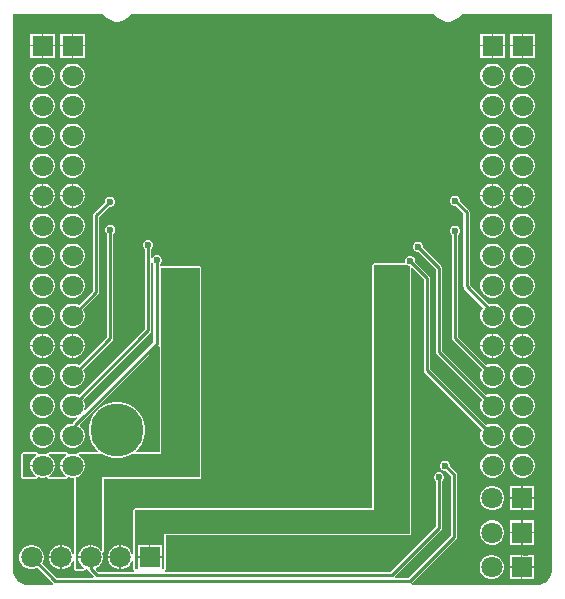
<source format=gbl>
G04*
G04 #@! TF.GenerationSoftware,Altium Limited,Altium Designer,21.0.8 (223)*
G04*
G04 Layer_Physical_Order=2*
G04 Layer_Color=16711680*
%FSLAX25Y25*%
%MOIN*%
G70*
G04*
G04 #@! TF.SameCoordinates,E8E4A7BE-DB6F-4252-8793-17DB4AC6D9EE*
G04*
G04*
G04 #@! TF.FilePolarity,Positive*
G04*
G01*
G75*
%ADD16C,0.01000*%
%ADD35R,0.07087X0.07087*%
%ADD36C,0.07087*%
%ADD37R,0.07087X0.07087*%
%ADD38C,0.17717*%
%ADD39C,0.02362*%
G36*
X89691Y-35000D02*
Y-35462D01*
X89511Y-36368D01*
X89157Y-37222D01*
X88644Y-37990D01*
X87990Y-38644D01*
X87222Y-39157D01*
X86368Y-39511D01*
X85462Y-39691D01*
X43070D01*
X42918Y-39191D01*
X43044Y-39107D01*
X57808Y-24343D01*
X58029Y-24012D01*
X58106Y-23622D01*
Y-2922D01*
X58029Y-2532D01*
X57808Y-2201D01*
X55846Y-239D01*
Y334D01*
X55590Y952D01*
X55117Y1425D01*
X54499Y1681D01*
X53830D01*
X53212Y1425D01*
X52740Y952D01*
X52483Y334D01*
Y-334D01*
X52740Y-952D01*
X53212Y-1425D01*
X53830Y-1681D01*
X54404D01*
X56067Y-3344D01*
Y-23200D01*
X41901Y-37366D01*
X37617D01*
X37410Y-36866D01*
X52886Y-21390D01*
X53107Y-21059D01*
X53185Y-20669D01*
Y-5295D01*
X53591Y-4889D01*
X53847Y-4271D01*
Y-3603D01*
X53591Y-2985D01*
X53118Y-2512D01*
X52500Y-2256D01*
X51831D01*
X51213Y-2512D01*
X50740Y-2985D01*
X50484Y-3603D01*
Y-4271D01*
X50740Y-4889D01*
X51146Y-5295D01*
Y-20247D01*
X35995Y-35398D01*
X-39048D01*
X-39147Y-34898D01*
X-38987Y-34832D01*
X-38829Y-34449D01*
Y-23179D01*
X42323D01*
X42706Y-23020D01*
X42864Y-22638D01*
Y65841D01*
X43326Y66032D01*
X47209Y62149D01*
Y31772D01*
X47286Y31381D01*
X47507Y31051D01*
X66512Y12046D01*
X66232Y11561D01*
X65957Y10532D01*
Y9468D01*
X66232Y8439D01*
X66764Y7517D01*
X67517Y6764D01*
X68439Y6232D01*
X69468Y5957D01*
X70532D01*
X71561Y6232D01*
X72483Y6764D01*
X73235Y7517D01*
X73768Y8439D01*
X74043Y9468D01*
Y10532D01*
X73768Y11561D01*
X73235Y12483D01*
X72483Y13236D01*
X71561Y13768D01*
X70532Y14043D01*
X69468D01*
X68439Y13768D01*
X67954Y13488D01*
X49248Y32194D01*
Y62572D01*
X49170Y62962D01*
X48949Y63293D01*
X44281Y67961D01*
Y68534D01*
X44025Y69152D01*
X43552Y69625D01*
X42934Y69881D01*
X42266D01*
X41648Y69625D01*
X41175Y69152D01*
X40919Y68534D01*
Y67866D01*
X40655Y67470D01*
X30512D01*
X30129Y67312D01*
X29971Y66929D01*
Y-14223D01*
X-49213D01*
X-49595Y-14381D01*
X-49754Y-14764D01*
Y-22638D01*
Y-29304D01*
X-50254Y-29370D01*
X-50366Y-28951D01*
X-50898Y-28029D01*
X-51651Y-27276D01*
X-52573Y-26744D01*
X-53601Y-26469D01*
X-53884D01*
Y-30512D01*
Y-34555D01*
X-53601D01*
X-52573Y-34280D01*
X-51651Y-33747D01*
X-50898Y-32994D01*
X-50366Y-32072D01*
X-50254Y-31653D01*
X-49754Y-31719D01*
Y-34449D01*
X-49595Y-34832D01*
X-49435Y-34898D01*
X-49535Y-35398D01*
X-61586D01*
X-62258Y-34725D01*
X-62150Y-34126D01*
X-61494Y-33747D01*
X-60741Y-32994D01*
X-60209Y-32072D01*
X-59933Y-31044D01*
Y-29980D01*
X-60105Y-29340D01*
X-59899Y-28767D01*
X-59787Y-28681D01*
X-59657Y-28627D01*
X-59629Y-28559D01*
X-59571Y-28515D01*
X-59552Y-28375D01*
X-59498Y-28244D01*
Y-4478D01*
X-27559D01*
X-27176Y-4320D01*
X-27018Y-3937D01*
Y65945D01*
X-27176Y66328D01*
X-27559Y66486D01*
X-40354D01*
X-40729Y66839D01*
X-40753Y67170D01*
X-40475Y67448D01*
X-40219Y68066D01*
Y68734D01*
X-40475Y69352D01*
X-40948Y69825D01*
X-41566Y70081D01*
X-42234D01*
X-42852Y69825D01*
X-43325Y69352D01*
X-43380Y69219D01*
X-43880Y69318D01*
Y72142D01*
X-43475Y72548D01*
X-43219Y73166D01*
Y73834D01*
X-43475Y74452D01*
X-43948Y74925D01*
X-44566Y75181D01*
X-45234D01*
X-45852Y74925D01*
X-46325Y74452D01*
X-46581Y73834D01*
Y73166D01*
X-46325Y72548D01*
X-45920Y72142D01*
Y45522D01*
X-67954Y23488D01*
X-68439Y23768D01*
X-69468Y24043D01*
X-70532D01*
X-71561Y23768D01*
X-72483Y23235D01*
X-73235Y22483D01*
X-73768Y21561D01*
X-74043Y20532D01*
Y19468D01*
X-73768Y18439D01*
X-73235Y17517D01*
X-72483Y16765D01*
X-71561Y16232D01*
X-70532Y15957D01*
X-69468D01*
X-68651Y16176D01*
X-68392Y15727D01*
X-69911Y14208D01*
X-70021Y14043D01*
X-70532D01*
X-71561Y13768D01*
X-72483Y13236D01*
X-73235Y12483D01*
X-73768Y11561D01*
X-74043Y10532D01*
Y9468D01*
X-73768Y8439D01*
X-73235Y7517D01*
X-72483Y6764D01*
X-71561Y6232D01*
X-70532Y5957D01*
X-69468D01*
X-68439Y6232D01*
X-67517Y6764D01*
X-66764Y7517D01*
X-66232Y8439D01*
X-65957Y9468D01*
Y10532D01*
X-66232Y11561D01*
X-66764Y12483D01*
X-67517Y13235D01*
X-67573Y13662D01*
X-41396Y39840D01*
X-40936Y39688D01*
X-40896Y39657D01*
Y4478D01*
X-48509D01*
X-48716Y4978D01*
X-47849Y5846D01*
X-46825Y7378D01*
X-46119Y9081D01*
X-45760Y10889D01*
Y12733D01*
X-46119Y14541D01*
X-46825Y16244D01*
X-47849Y17777D01*
X-49153Y19080D01*
X-50685Y20104D01*
X-52388Y20810D01*
X-54196Y21169D01*
X-56040D01*
X-57848Y20810D01*
X-59551Y20104D01*
X-61084Y19080D01*
X-62387Y17777D01*
X-63411Y16244D01*
X-64117Y14541D01*
X-64476Y12733D01*
Y10889D01*
X-64117Y9081D01*
X-63411Y7378D01*
X-62387Y5846D01*
X-61520Y4978D01*
X-61727Y4478D01*
X-67733D01*
X-67863Y4424D01*
X-68003Y4406D01*
X-68048Y4348D01*
X-68115Y4320D01*
X-68169Y4189D01*
X-68255Y4077D01*
X-68828Y3872D01*
X-69468Y4043D01*
X-70532D01*
X-71172Y3872D01*
X-71745Y4077D01*
X-71831Y4189D01*
X-71885Y4320D01*
X-71952Y4348D01*
X-71997Y4406D01*
X-72137Y4424D01*
X-72268Y4478D01*
X-77732D01*
X-77863Y4424D01*
X-78003Y4406D01*
X-78048Y4348D01*
X-78115Y4320D01*
X-78169Y4189D01*
X-78255Y4077D01*
X-78828Y3872D01*
X-79468Y4043D01*
X-80532D01*
X-81172Y3872D01*
X-81745Y4077D01*
X-81831Y4189D01*
X-81885Y4320D01*
X-81952Y4348D01*
X-81997Y4406D01*
X-82137Y4424D01*
X-82267Y4478D01*
X-86614D01*
X-86997Y4320D01*
X-87155Y3937D01*
Y-3937D01*
X-86997Y-4320D01*
X-86614Y-4478D01*
X-82267D01*
X-82137Y-4424D01*
X-81997Y-4406D01*
X-81952Y-4348D01*
X-81885Y-4320D01*
X-81831Y-4189D01*
X-81745Y-4077D01*
X-81172Y-3872D01*
X-80532Y-4043D01*
X-79468D01*
X-78828Y-3872D01*
X-78255Y-4077D01*
X-78169Y-4189D01*
X-78115Y-4320D01*
X-78048Y-4348D01*
X-78003Y-4406D01*
X-77863Y-4424D01*
X-77732Y-4478D01*
X-72268D01*
X-72137Y-4424D01*
X-71997Y-4406D01*
X-71952Y-4348D01*
X-71885Y-4320D01*
X-71831Y-4189D01*
X-71745Y-4077D01*
X-71172Y-3872D01*
X-70532Y-4043D01*
X-69468D01*
X-69439Y-4065D01*
Y-29304D01*
X-69939Y-29370D01*
X-70051Y-28951D01*
X-70583Y-28029D01*
X-71336Y-27276D01*
X-72258Y-26744D01*
X-73287Y-26469D01*
X-73569D01*
Y-30512D01*
Y-34555D01*
X-73287D01*
X-72258Y-34280D01*
X-71336Y-33747D01*
X-70583Y-32994D01*
X-70051Y-32072D01*
X-69939Y-31653D01*
X-69439Y-31719D01*
Y-34449D01*
X-69280Y-34832D01*
X-68898Y-34990D01*
X-66244D01*
X-66113Y-34936D01*
X-65973Y-34918D01*
X-65929Y-34859D01*
X-65861Y-34832D01*
X-65842Y-34785D01*
X-65345Y-34574D01*
X-64925Y-34805D01*
X-64918Y-34839D01*
X-64697Y-35170D01*
X-63001Y-36866D01*
X-63208Y-37366D01*
X-75365D01*
X-80174Y-32558D01*
X-79894Y-32072D01*
X-79618Y-31044D01*
Y-29980D01*
X-79894Y-28951D01*
X-80426Y-28029D01*
X-81179Y-27276D01*
X-82101Y-26744D01*
X-83129Y-26469D01*
X-84194D01*
X-85222Y-26744D01*
X-86144Y-27276D01*
X-86897Y-28029D01*
X-87429Y-28951D01*
X-87705Y-29980D01*
Y-31044D01*
X-87429Y-32072D01*
X-86897Y-32994D01*
X-86144Y-33747D01*
X-85222Y-34280D01*
X-84194Y-34555D01*
X-83129D01*
X-82101Y-34280D01*
X-81616Y-33999D01*
X-76508Y-39107D01*
X-76383Y-39191D01*
X-76534Y-39691D01*
X-85462D01*
X-86368Y-39511D01*
X-87222Y-39157D01*
X-87990Y-38644D01*
X-88644Y-37990D01*
X-89157Y-37222D01*
X-89511Y-36368D01*
X-89691Y-35462D01*
Y-35000D01*
Y150494D01*
X-80749D01*
X-59722Y150494D01*
X-59529Y150159D01*
X-58502Y149133D01*
X-57246Y148407D01*
X-55844Y148031D01*
X-54392D01*
X-52991Y148407D01*
X-51734Y149133D01*
X-50708Y150159D01*
X-50514Y150494D01*
X50514Y150494D01*
X50708Y150159D01*
X51734Y149133D01*
X52991Y148407D01*
X54392Y148031D01*
X55844D01*
X57246Y148407D01*
X58502Y149133D01*
X59529Y150159D01*
X59722Y150494D01*
X89691Y150494D01*
Y-35000D01*
D02*
G37*
G36*
X-43325Y67448D02*
X-43020Y67142D01*
Y41100D01*
X-65727Y18392D01*
X-66176Y18651D01*
X-65957Y19468D01*
Y20532D01*
X-66232Y21561D01*
X-66512Y22046D01*
X-44179Y44379D01*
X-43958Y44710D01*
X-43880Y45100D01*
Y67482D01*
X-43380Y67581D01*
X-43325Y67448D01*
D02*
G37*
G36*
X-27559Y-3937D02*
X-60039D01*
Y-28244D01*
X-60539Y-28378D01*
X-60741Y-28029D01*
X-61494Y-27276D01*
X-62416Y-26744D01*
X-63444Y-26469D01*
X-63726D01*
Y-30512D01*
X-63976D01*
Y-30762D01*
X-68020D01*
Y-31044D01*
X-67744Y-32072D01*
X-67212Y-32994D01*
X-66459Y-33747D01*
X-66110Y-33949D01*
X-66244Y-34449D01*
X-68898D01*
Y-3937D01*
X-67733D01*
X-67866Y-3437D01*
X-67517Y-3235D01*
X-66764Y-2483D01*
X-66232Y-1561D01*
X-65957Y-532D01*
Y-250D01*
X-70000D01*
X-74043D01*
Y-532D01*
X-73768Y-1561D01*
X-73235Y-2483D01*
X-72483Y-3235D01*
X-72133Y-3437D01*
X-72268Y-3937D01*
X-77732D01*
X-77867Y-3437D01*
X-77517Y-3235D01*
X-76765Y-2483D01*
X-76232Y-1561D01*
X-75957Y-532D01*
Y-250D01*
X-80000D01*
X-84043D01*
Y-532D01*
X-83768Y-1561D01*
X-83236Y-2483D01*
X-82483Y-3235D01*
X-82134Y-3437D01*
X-82267Y-3937D01*
X-86614D01*
Y3937D01*
X-82267D01*
X-82134Y3437D01*
X-82483Y3235D01*
X-83236Y2483D01*
X-83768Y1561D01*
X-84043Y532D01*
Y250D01*
X-80000D01*
X-75957D01*
Y532D01*
X-76232Y1561D01*
X-76765Y2483D01*
X-77517Y3235D01*
X-77867Y3437D01*
X-77732Y3937D01*
X-72268D01*
X-72133Y3437D01*
X-72483Y3235D01*
X-73235Y2483D01*
X-73768Y1561D01*
X-74043Y532D01*
Y250D01*
X-70000D01*
X-65957D01*
Y532D01*
X-66232Y1561D01*
X-66764Y2483D01*
X-67517Y3235D01*
X-67866Y3437D01*
X-67733Y3937D01*
X-60178D01*
X-59551Y3518D01*
X-57848Y2812D01*
X-56040Y2453D01*
X-54196D01*
X-52388Y2812D01*
X-50685Y3518D01*
X-50058Y3937D01*
X-40354D01*
Y65945D01*
X-27559D01*
Y-3937D01*
D02*
G37*
G36*
X41648Y66775D02*
X42266Y66519D01*
X42323D01*
Y-22638D01*
X-39370D01*
Y-34449D01*
X-40248D01*
Y-30762D01*
X-48335D01*
Y-34449D01*
X-49213D01*
Y-22638D01*
Y-14764D01*
X30512D01*
Y66929D01*
X41493D01*
X41648Y66775D01*
D02*
G37*
%LPC*%
G36*
X-65957Y144043D02*
X-69750D01*
Y140250D01*
X-65957D01*
Y144043D01*
D02*
G37*
G36*
X-75957D02*
X-79750D01*
Y140250D01*
X-75957D01*
Y144043D01*
D02*
G37*
G36*
X-70250D02*
X-74043D01*
Y140250D01*
X-70250D01*
Y144043D01*
D02*
G37*
G36*
X-80250D02*
X-84043D01*
Y140250D01*
X-80250D01*
Y144043D01*
D02*
G37*
G36*
X84043D02*
X80250D01*
Y140250D01*
X84043D01*
Y144043D01*
D02*
G37*
G36*
X74043D02*
X70250D01*
Y140250D01*
X74043D01*
Y144043D01*
D02*
G37*
G36*
X79750D02*
X75957D01*
Y140250D01*
X79750D01*
Y144043D01*
D02*
G37*
G36*
X69750D02*
X65957D01*
Y140250D01*
X69750D01*
Y144043D01*
D02*
G37*
G36*
X84043Y139750D02*
X80250D01*
Y135957D01*
X84043D01*
Y139750D01*
D02*
G37*
G36*
X79750D02*
X75957D01*
Y135957D01*
X79750D01*
Y139750D01*
D02*
G37*
G36*
X74043D02*
X70250D01*
Y135957D01*
X74043D01*
Y139750D01*
D02*
G37*
G36*
X69750D02*
X65957D01*
Y135957D01*
X69750D01*
Y139750D01*
D02*
G37*
G36*
X-65957Y139750D02*
X-69750D01*
Y135957D01*
X-65957D01*
Y139750D01*
D02*
G37*
G36*
X-70250D02*
X-74043D01*
Y135957D01*
X-70250D01*
Y139750D01*
D02*
G37*
G36*
X-75957D02*
X-79750D01*
Y135957D01*
X-75957D01*
Y139750D01*
D02*
G37*
G36*
X-80250D02*
X-84043D01*
Y135957D01*
X-80250D01*
Y139750D01*
D02*
G37*
G36*
X80532Y134043D02*
X79468D01*
X78439Y133768D01*
X77517Y133235D01*
X76765Y132483D01*
X76232Y131561D01*
X75957Y130532D01*
Y129468D01*
X76232Y128439D01*
X76765Y127517D01*
X77517Y126765D01*
X78439Y126232D01*
X79468Y125957D01*
X80532D01*
X81561Y126232D01*
X82483Y126765D01*
X83236Y127517D01*
X83768Y128439D01*
X84043Y129468D01*
Y130532D01*
X83768Y131561D01*
X83236Y132483D01*
X82483Y133235D01*
X81561Y133768D01*
X80532Y134043D01*
D02*
G37*
G36*
X70532D02*
X69468D01*
X68439Y133768D01*
X67517Y133235D01*
X66764Y132483D01*
X66232Y131561D01*
X65957Y130532D01*
Y129468D01*
X66232Y128439D01*
X66764Y127517D01*
X67517Y126765D01*
X68439Y126232D01*
X69468Y125957D01*
X70532D01*
X71561Y126232D01*
X72483Y126765D01*
X73235Y127517D01*
X73768Y128439D01*
X74043Y129468D01*
Y130532D01*
X73768Y131561D01*
X73235Y132483D01*
X72483Y133235D01*
X71561Y133768D01*
X70532Y134043D01*
D02*
G37*
G36*
X-69468D02*
X-70532D01*
X-71561Y133768D01*
X-72483Y133235D01*
X-73235Y132483D01*
X-73768Y131561D01*
X-74043Y130532D01*
Y129468D01*
X-73768Y128439D01*
X-73235Y127517D01*
X-72483Y126765D01*
X-71561Y126232D01*
X-70532Y125957D01*
X-69468D01*
X-68439Y126232D01*
X-67517Y126765D01*
X-66764Y127517D01*
X-66232Y128439D01*
X-65957Y129468D01*
Y130532D01*
X-66232Y131561D01*
X-66764Y132483D01*
X-67517Y133235D01*
X-68439Y133768D01*
X-69468Y134043D01*
D02*
G37*
G36*
X-79468D02*
X-80532D01*
X-81561Y133768D01*
X-82483Y133235D01*
X-83236Y132483D01*
X-83768Y131561D01*
X-84043Y130532D01*
Y129468D01*
X-83768Y128439D01*
X-83236Y127517D01*
X-82483Y126765D01*
X-81561Y126232D01*
X-80532Y125957D01*
X-79468D01*
X-78439Y126232D01*
X-77517Y126765D01*
X-76765Y127517D01*
X-76232Y128439D01*
X-75957Y129468D01*
Y130532D01*
X-76232Y131561D01*
X-76765Y132483D01*
X-77517Y133235D01*
X-78439Y133768D01*
X-79468Y134043D01*
D02*
G37*
G36*
X80532Y124043D02*
X79468D01*
X78439Y123768D01*
X77517Y123235D01*
X76765Y122483D01*
X76232Y121561D01*
X75957Y120532D01*
Y119468D01*
X76232Y118439D01*
X76765Y117517D01*
X77517Y116765D01*
X78439Y116232D01*
X79468Y115957D01*
X80532D01*
X81561Y116232D01*
X82483Y116765D01*
X83236Y117517D01*
X83768Y118439D01*
X84043Y119468D01*
Y120532D01*
X83768Y121561D01*
X83236Y122483D01*
X82483Y123235D01*
X81561Y123768D01*
X80532Y124043D01*
D02*
G37*
G36*
X70532D02*
X69468D01*
X68439Y123768D01*
X67517Y123235D01*
X66764Y122483D01*
X66232Y121561D01*
X65957Y120532D01*
Y119468D01*
X66232Y118439D01*
X66764Y117517D01*
X67517Y116765D01*
X68439Y116232D01*
X69468Y115957D01*
X70532D01*
X71561Y116232D01*
X72483Y116765D01*
X73235Y117517D01*
X73768Y118439D01*
X74043Y119468D01*
Y120532D01*
X73768Y121561D01*
X73235Y122483D01*
X72483Y123235D01*
X71561Y123768D01*
X70532Y124043D01*
D02*
G37*
G36*
X-69468D02*
X-70532D01*
X-71561Y123768D01*
X-72483Y123235D01*
X-73235Y122483D01*
X-73768Y121561D01*
X-74043Y120532D01*
Y119468D01*
X-73768Y118439D01*
X-73235Y117517D01*
X-72483Y116765D01*
X-71561Y116232D01*
X-70532Y115957D01*
X-69468D01*
X-68439Y116232D01*
X-67517Y116765D01*
X-66764Y117517D01*
X-66232Y118439D01*
X-65957Y119468D01*
Y120532D01*
X-66232Y121561D01*
X-66764Y122483D01*
X-67517Y123235D01*
X-68439Y123768D01*
X-69468Y124043D01*
D02*
G37*
G36*
X-79468D02*
X-80532D01*
X-81561Y123768D01*
X-82483Y123235D01*
X-83236Y122483D01*
X-83768Y121561D01*
X-84043Y120532D01*
Y119468D01*
X-83768Y118439D01*
X-83236Y117517D01*
X-82483Y116765D01*
X-81561Y116232D01*
X-80532Y115957D01*
X-79468D01*
X-78439Y116232D01*
X-77517Y116765D01*
X-76765Y117517D01*
X-76232Y118439D01*
X-75957Y119468D01*
Y120532D01*
X-76232Y121561D01*
X-76765Y122483D01*
X-77517Y123235D01*
X-78439Y123768D01*
X-79468Y124043D01*
D02*
G37*
G36*
X80532Y114043D02*
X79468D01*
X78439Y113768D01*
X77517Y113235D01*
X76765Y112483D01*
X76232Y111561D01*
X75957Y110532D01*
Y109468D01*
X76232Y108439D01*
X76765Y107517D01*
X77517Y106765D01*
X78439Y106232D01*
X79468Y105957D01*
X80532D01*
X81561Y106232D01*
X82483Y106765D01*
X83236Y107517D01*
X83768Y108439D01*
X84043Y109468D01*
Y110532D01*
X83768Y111561D01*
X83236Y112483D01*
X82483Y113235D01*
X81561Y113768D01*
X80532Y114043D01*
D02*
G37*
G36*
X70532D02*
X69468D01*
X68439Y113768D01*
X67517Y113235D01*
X66764Y112483D01*
X66232Y111561D01*
X65957Y110532D01*
Y109468D01*
X66232Y108439D01*
X66764Y107517D01*
X67517Y106765D01*
X68439Y106232D01*
X69468Y105957D01*
X70532D01*
X71561Y106232D01*
X72483Y106765D01*
X73235Y107517D01*
X73768Y108439D01*
X74043Y109468D01*
Y110532D01*
X73768Y111561D01*
X73235Y112483D01*
X72483Y113235D01*
X71561Y113768D01*
X70532Y114043D01*
D02*
G37*
G36*
X-69468D02*
X-70532D01*
X-71561Y113768D01*
X-72483Y113235D01*
X-73235Y112483D01*
X-73768Y111561D01*
X-74043Y110532D01*
Y109468D01*
X-73768Y108439D01*
X-73235Y107517D01*
X-72483Y106765D01*
X-71561Y106232D01*
X-70532Y105957D01*
X-69468D01*
X-68439Y106232D01*
X-67517Y106765D01*
X-66764Y107517D01*
X-66232Y108439D01*
X-65957Y109468D01*
Y110532D01*
X-66232Y111561D01*
X-66764Y112483D01*
X-67517Y113235D01*
X-68439Y113768D01*
X-69468Y114043D01*
D02*
G37*
G36*
X-79468D02*
X-80532D01*
X-81561Y113768D01*
X-82483Y113235D01*
X-83236Y112483D01*
X-83768Y111561D01*
X-84043Y110532D01*
Y109468D01*
X-83768Y108439D01*
X-83236Y107517D01*
X-82483Y106765D01*
X-81561Y106232D01*
X-80532Y105957D01*
X-79468D01*
X-78439Y106232D01*
X-77517Y106765D01*
X-76765Y107517D01*
X-76232Y108439D01*
X-75957Y109468D01*
Y110532D01*
X-76232Y111561D01*
X-76765Y112483D01*
X-77517Y113235D01*
X-78439Y113768D01*
X-79468Y114043D01*
D02*
G37*
G36*
X80532Y104043D02*
X79468D01*
X78439Y103768D01*
X77517Y103235D01*
X76765Y102483D01*
X76232Y101561D01*
X75957Y100532D01*
Y99468D01*
X76232Y98439D01*
X76765Y97517D01*
X77517Y96764D01*
X78439Y96232D01*
X79468Y95957D01*
X80532D01*
X81561Y96232D01*
X82483Y96764D01*
X83236Y97517D01*
X83768Y98439D01*
X84043Y99468D01*
Y100532D01*
X83768Y101561D01*
X83236Y102483D01*
X82483Y103235D01*
X81561Y103768D01*
X80532Y104043D01*
D02*
G37*
G36*
X70532D02*
X69468D01*
X68439Y103768D01*
X67517Y103235D01*
X66764Y102483D01*
X66232Y101561D01*
X65957Y100532D01*
Y99468D01*
X66232Y98439D01*
X66764Y97517D01*
X67517Y96764D01*
X68439Y96232D01*
X69468Y95957D01*
X70532D01*
X71561Y96232D01*
X72483Y96764D01*
X73235Y97517D01*
X73768Y98439D01*
X74043Y99468D01*
Y100532D01*
X73768Y101561D01*
X73235Y102483D01*
X72483Y103235D01*
X71561Y103768D01*
X70532Y104043D01*
D02*
G37*
G36*
X-69468D02*
X-70532D01*
X-71561Y103768D01*
X-72483Y103235D01*
X-73235Y102483D01*
X-73768Y101561D01*
X-74043Y100532D01*
Y99468D01*
X-73768Y98439D01*
X-73235Y97517D01*
X-72483Y96764D01*
X-71561Y96232D01*
X-70532Y95957D01*
X-69468D01*
X-68439Y96232D01*
X-67517Y96764D01*
X-66764Y97517D01*
X-66232Y98439D01*
X-65957Y99468D01*
Y100532D01*
X-66232Y101561D01*
X-66764Y102483D01*
X-67517Y103235D01*
X-68439Y103768D01*
X-69468Y104043D01*
D02*
G37*
G36*
X-79468D02*
X-80532D01*
X-81561Y103768D01*
X-82483Y103235D01*
X-83236Y102483D01*
X-83768Y101561D01*
X-84043Y100532D01*
Y99468D01*
X-83768Y98439D01*
X-83236Y97517D01*
X-82483Y96764D01*
X-81561Y96232D01*
X-80532Y95957D01*
X-79468D01*
X-78439Y96232D01*
X-77517Y96764D01*
X-76765Y97517D01*
X-76232Y98439D01*
X-75957Y99468D01*
Y100532D01*
X-76232Y101561D01*
X-76765Y102483D01*
X-77517Y103235D01*
X-78439Y103768D01*
X-79468Y104043D01*
D02*
G37*
G36*
X-69468Y94043D02*
X-69750D01*
Y90250D01*
X-65957D01*
Y90532D01*
X-66232Y91561D01*
X-66764Y92483D01*
X-67517Y93235D01*
X-68439Y93768D01*
X-69468Y94043D01*
D02*
G37*
G36*
X-79468D02*
X-79750D01*
Y90250D01*
X-75957D01*
Y90532D01*
X-76232Y91561D01*
X-76765Y92483D01*
X-77517Y93235D01*
X-78439Y93768D01*
X-79468Y94043D01*
D02*
G37*
G36*
X-70250D02*
X-70532D01*
X-71561Y93768D01*
X-72483Y93235D01*
X-73235Y92483D01*
X-73768Y91561D01*
X-74043Y90532D01*
Y90250D01*
X-70250D01*
Y94043D01*
D02*
G37*
G36*
X-80250D02*
X-80532D01*
X-81561Y93768D01*
X-82483Y93235D01*
X-83236Y92483D01*
X-83768Y91561D01*
X-84043Y90532D01*
Y90250D01*
X-80250D01*
Y94043D01*
D02*
G37*
G36*
X80532D02*
X80250D01*
Y90250D01*
X84043D01*
Y90532D01*
X83768Y91561D01*
X83236Y92483D01*
X82483Y93235D01*
X81561Y93768D01*
X80532Y94043D01*
D02*
G37*
G36*
X70532D02*
X70250D01*
Y90250D01*
X74043D01*
Y90532D01*
X73768Y91561D01*
X73235Y92483D01*
X72483Y93235D01*
X71561Y93768D01*
X70532Y94043D01*
D02*
G37*
G36*
X79750D02*
X79468D01*
X78439Y93768D01*
X77517Y93235D01*
X76765Y92483D01*
X76232Y91561D01*
X75957Y90532D01*
Y90250D01*
X79750D01*
Y94043D01*
D02*
G37*
G36*
X69750D02*
X69468D01*
X68439Y93768D01*
X67517Y93235D01*
X66764Y92483D01*
X66232Y91561D01*
X65957Y90532D01*
Y90250D01*
X69750D01*
Y94043D01*
D02*
G37*
G36*
X84043Y89750D02*
X80250D01*
Y85957D01*
X80532D01*
X81561Y86232D01*
X82483Y86765D01*
X83236Y87517D01*
X83768Y88439D01*
X84043Y89468D01*
Y89750D01*
D02*
G37*
G36*
X79750D02*
X75957D01*
Y89468D01*
X76232Y88439D01*
X76765Y87517D01*
X77517Y86765D01*
X78439Y86232D01*
X79468Y85957D01*
X79750D01*
Y89750D01*
D02*
G37*
G36*
X74043D02*
X70250D01*
Y85957D01*
X70532D01*
X71561Y86232D01*
X72483Y86765D01*
X73235Y87517D01*
X73768Y88439D01*
X74043Y89468D01*
Y89750D01*
D02*
G37*
G36*
X69750D02*
X65957D01*
Y89468D01*
X66232Y88439D01*
X66764Y87517D01*
X67517Y86765D01*
X68439Y86232D01*
X69468Y85957D01*
X69750D01*
Y89750D01*
D02*
G37*
G36*
X-65957Y89750D02*
X-69750D01*
Y85957D01*
X-69468D01*
X-68439Y86232D01*
X-67517Y86765D01*
X-66764Y87517D01*
X-66232Y88439D01*
X-65957Y89468D01*
Y89750D01*
D02*
G37*
G36*
X-70250D02*
X-74043D01*
Y89468D01*
X-73768Y88439D01*
X-73235Y87517D01*
X-72483Y86765D01*
X-71561Y86232D01*
X-70532Y85957D01*
X-70250D01*
Y89750D01*
D02*
G37*
G36*
X-75957D02*
X-79750D01*
Y85957D01*
X-79468D01*
X-78439Y86232D01*
X-77517Y86765D01*
X-76765Y87517D01*
X-76232Y88439D01*
X-75957Y89468D01*
Y89750D01*
D02*
G37*
G36*
X-80250D02*
X-84043D01*
Y89468D01*
X-83768Y88439D01*
X-83236Y87517D01*
X-82483Y86765D01*
X-81561Y86232D01*
X-80532Y85957D01*
X-80250D01*
Y89750D01*
D02*
G37*
G36*
X80532Y84043D02*
X79468D01*
X78439Y83768D01*
X77517Y83236D01*
X76765Y82483D01*
X76232Y81561D01*
X75957Y80532D01*
Y79468D01*
X76232Y78439D01*
X76765Y77517D01*
X77517Y76765D01*
X78439Y76232D01*
X79468Y75957D01*
X80532D01*
X81561Y76232D01*
X82483Y76765D01*
X83236Y77517D01*
X83768Y78439D01*
X84043Y79468D01*
Y80532D01*
X83768Y81561D01*
X83236Y82483D01*
X82483Y83236D01*
X81561Y83768D01*
X80532Y84043D01*
D02*
G37*
G36*
X70532D02*
X69468D01*
X68439Y83768D01*
X67517Y83236D01*
X66764Y82483D01*
X66232Y81561D01*
X65957Y80532D01*
Y79468D01*
X66232Y78439D01*
X66764Y77517D01*
X67517Y76765D01*
X68439Y76232D01*
X69468Y75957D01*
X70532D01*
X71561Y76232D01*
X72483Y76765D01*
X73235Y77517D01*
X73768Y78439D01*
X74043Y79468D01*
Y80532D01*
X73768Y81561D01*
X73235Y82483D01*
X72483Y83236D01*
X71561Y83768D01*
X70532Y84043D01*
D02*
G37*
G36*
X-69468D02*
X-70532D01*
X-71561Y83768D01*
X-72483Y83236D01*
X-73235Y82483D01*
X-73768Y81561D01*
X-74043Y80532D01*
Y79468D01*
X-73768Y78439D01*
X-73235Y77517D01*
X-72483Y76765D01*
X-71561Y76232D01*
X-70532Y75957D01*
X-69468D01*
X-68439Y76232D01*
X-67517Y76765D01*
X-66764Y77517D01*
X-66232Y78439D01*
X-65957Y79468D01*
Y80532D01*
X-66232Y81561D01*
X-66764Y82483D01*
X-67517Y83236D01*
X-68439Y83768D01*
X-69468Y84043D01*
D02*
G37*
G36*
X-79468D02*
X-80532D01*
X-81561Y83768D01*
X-82483Y83236D01*
X-83236Y82483D01*
X-83768Y81561D01*
X-84043Y80532D01*
Y79468D01*
X-83768Y78439D01*
X-83236Y77517D01*
X-82483Y76765D01*
X-81561Y76232D01*
X-80532Y75957D01*
X-79468D01*
X-78439Y76232D01*
X-77517Y76765D01*
X-76765Y77517D01*
X-76232Y78439D01*
X-75957Y79468D01*
Y80532D01*
X-76232Y81561D01*
X-76765Y82483D01*
X-77517Y83236D01*
X-78439Y83768D01*
X-79468Y84043D01*
D02*
G37*
G36*
X80532Y74043D02*
X79468D01*
X78439Y73768D01*
X77517Y73235D01*
X76765Y72483D01*
X76232Y71561D01*
X75957Y70532D01*
Y69468D01*
X76232Y68439D01*
X76765Y67517D01*
X77517Y66764D01*
X78439Y66232D01*
X79468Y65957D01*
X80532D01*
X81561Y66232D01*
X82483Y66764D01*
X83236Y67517D01*
X83768Y68439D01*
X84043Y69468D01*
Y70532D01*
X83768Y71561D01*
X83236Y72483D01*
X82483Y73235D01*
X81561Y73768D01*
X80532Y74043D01*
D02*
G37*
G36*
X70532D02*
X69468D01*
X68439Y73768D01*
X67517Y73235D01*
X66764Y72483D01*
X66232Y71561D01*
X65957Y70532D01*
Y69468D01*
X66232Y68439D01*
X66764Y67517D01*
X67517Y66764D01*
X68439Y66232D01*
X69468Y65957D01*
X70532D01*
X71561Y66232D01*
X72483Y66764D01*
X73235Y67517D01*
X73768Y68439D01*
X74043Y69468D01*
Y70532D01*
X73768Y71561D01*
X73235Y72483D01*
X72483Y73235D01*
X71561Y73768D01*
X70532Y74043D01*
D02*
G37*
G36*
X-69468D02*
X-70532D01*
X-71561Y73768D01*
X-72483Y73235D01*
X-73235Y72483D01*
X-73768Y71561D01*
X-74043Y70532D01*
Y69468D01*
X-73768Y68439D01*
X-73235Y67517D01*
X-72483Y66764D01*
X-71561Y66232D01*
X-70532Y65957D01*
X-69468D01*
X-68439Y66232D01*
X-67517Y66764D01*
X-66764Y67517D01*
X-66232Y68439D01*
X-65957Y69468D01*
Y70532D01*
X-66232Y71561D01*
X-66764Y72483D01*
X-67517Y73235D01*
X-68439Y73768D01*
X-69468Y74043D01*
D02*
G37*
G36*
X-79468D02*
X-80532D01*
X-81561Y73768D01*
X-82483Y73235D01*
X-83236Y72483D01*
X-83768Y71561D01*
X-84043Y70532D01*
Y69468D01*
X-83768Y68439D01*
X-83236Y67517D01*
X-82483Y66764D01*
X-81561Y66232D01*
X-80532Y65957D01*
X-79468D01*
X-78439Y66232D01*
X-77517Y66764D01*
X-76765Y67517D01*
X-76232Y68439D01*
X-75957Y69468D01*
Y70532D01*
X-76232Y71561D01*
X-76765Y72483D01*
X-77517Y73235D01*
X-78439Y73768D01*
X-79468Y74043D01*
D02*
G37*
G36*
X80532Y64043D02*
X79468D01*
X78439Y63768D01*
X77517Y63235D01*
X76765Y62483D01*
X76232Y61561D01*
X75957Y60532D01*
Y59468D01*
X76232Y58439D01*
X76765Y57517D01*
X77517Y56765D01*
X78439Y56232D01*
X79468Y55957D01*
X80532D01*
X81561Y56232D01*
X82483Y56765D01*
X83236Y57517D01*
X83768Y58439D01*
X84043Y59468D01*
Y60532D01*
X83768Y61561D01*
X83236Y62483D01*
X82483Y63235D01*
X81561Y63768D01*
X80532Y64043D01*
D02*
G37*
G36*
X70532D02*
X69468D01*
X68439Y63768D01*
X67517Y63235D01*
X66764Y62483D01*
X66232Y61561D01*
X65957Y60532D01*
Y59468D01*
X66232Y58439D01*
X66764Y57517D01*
X67517Y56765D01*
X68439Y56232D01*
X69468Y55957D01*
X70532D01*
X71561Y56232D01*
X72483Y56765D01*
X73235Y57517D01*
X73768Y58439D01*
X74043Y59468D01*
Y60532D01*
X73768Y61561D01*
X73235Y62483D01*
X72483Y63235D01*
X71561Y63768D01*
X70532Y64043D01*
D02*
G37*
G36*
X-69468D02*
X-70532D01*
X-71561Y63768D01*
X-72483Y63235D01*
X-73235Y62483D01*
X-73768Y61561D01*
X-74043Y60532D01*
Y59468D01*
X-73768Y58439D01*
X-73235Y57517D01*
X-72483Y56765D01*
X-71561Y56232D01*
X-70532Y55957D01*
X-69468D01*
X-68439Y56232D01*
X-67517Y56765D01*
X-66764Y57517D01*
X-66232Y58439D01*
X-65957Y59468D01*
Y60532D01*
X-66232Y61561D01*
X-66764Y62483D01*
X-67517Y63235D01*
X-68439Y63768D01*
X-69468Y64043D01*
D02*
G37*
G36*
X-79468D02*
X-80532D01*
X-81561Y63768D01*
X-82483Y63235D01*
X-83236Y62483D01*
X-83768Y61561D01*
X-84043Y60532D01*
Y59468D01*
X-83768Y58439D01*
X-83236Y57517D01*
X-82483Y56765D01*
X-81561Y56232D01*
X-80532Y55957D01*
X-79468D01*
X-78439Y56232D01*
X-77517Y56765D01*
X-76765Y57517D01*
X-76232Y58439D01*
X-75957Y59468D01*
Y60532D01*
X-76232Y61561D01*
X-76765Y62483D01*
X-77517Y63235D01*
X-78439Y63768D01*
X-79468Y64043D01*
D02*
G37*
G36*
X-57266Y89681D02*
X-57934D01*
X-58552Y89425D01*
X-59025Y88952D01*
X-59281Y88334D01*
Y87761D01*
X-62889Y84153D01*
X-63110Y83822D01*
X-63188Y83432D01*
Y58254D01*
X-67954Y53488D01*
X-68439Y53768D01*
X-69468Y54043D01*
X-70532D01*
X-71561Y53768D01*
X-72483Y53236D01*
X-73235Y52483D01*
X-73768Y51561D01*
X-74043Y50532D01*
Y49468D01*
X-73768Y48439D01*
X-73235Y47517D01*
X-72483Y46765D01*
X-71561Y46232D01*
X-70532Y45957D01*
X-69468D01*
X-68439Y46232D01*
X-67517Y46765D01*
X-66764Y47517D01*
X-66232Y48439D01*
X-65957Y49468D01*
Y50532D01*
X-66232Y51561D01*
X-66512Y52046D01*
X-61447Y57111D01*
X-61226Y57442D01*
X-61149Y57832D01*
Y83009D01*
X-57839Y86319D01*
X-57266D01*
X-56648Y86575D01*
X-56175Y87048D01*
X-55919Y87666D01*
Y88334D01*
X-56175Y88952D01*
X-56648Y89425D01*
X-57266Y89681D01*
D02*
G37*
G36*
X80532Y54043D02*
X79468D01*
X78439Y53768D01*
X77517Y53236D01*
X76765Y52483D01*
X76232Y51561D01*
X75957Y50532D01*
Y49468D01*
X76232Y48439D01*
X76765Y47517D01*
X77517Y46765D01*
X78439Y46232D01*
X79468Y45957D01*
X80532D01*
X81561Y46232D01*
X82483Y46765D01*
X83236Y47517D01*
X83768Y48439D01*
X84043Y49468D01*
Y50532D01*
X83768Y51561D01*
X83236Y52483D01*
X82483Y53236D01*
X81561Y53768D01*
X80532Y54043D01*
D02*
G37*
G36*
X57826Y89989D02*
X57157D01*
X56539Y89733D01*
X56067Y89261D01*
X55811Y88643D01*
Y87974D01*
X56067Y87356D01*
X56539Y86883D01*
X57157Y86627D01*
X57731D01*
X60321Y84037D01*
Y59722D01*
X60399Y59332D01*
X60620Y59001D01*
X66952Y52670D01*
X66764Y52483D01*
X66232Y51561D01*
X65957Y50532D01*
Y49468D01*
X66232Y48439D01*
X66764Y47517D01*
X67517Y46765D01*
X68439Y46232D01*
X69468Y45957D01*
X70532D01*
X71561Y46232D01*
X72483Y46765D01*
X73235Y47517D01*
X73768Y48439D01*
X74043Y49468D01*
Y50532D01*
X73768Y51561D01*
X73235Y52483D01*
X72483Y53236D01*
X71561Y53768D01*
X70532Y54043D01*
X69468D01*
X68674Y53831D01*
X62361Y60144D01*
Y84459D01*
X62283Y84849D01*
X62062Y85180D01*
X59173Y88069D01*
Y88643D01*
X58917Y89261D01*
X58444Y89733D01*
X57826Y89989D01*
D02*
G37*
G36*
X-79468Y54043D02*
X-80532D01*
X-81561Y53768D01*
X-82483Y53236D01*
X-83236Y52483D01*
X-83768Y51561D01*
X-84043Y50532D01*
Y49468D01*
X-83768Y48439D01*
X-83236Y47517D01*
X-82483Y46765D01*
X-81561Y46232D01*
X-80532Y45957D01*
X-79468D01*
X-78439Y46232D01*
X-77517Y46765D01*
X-76765Y47517D01*
X-76232Y48439D01*
X-75957Y49468D01*
Y50532D01*
X-76232Y51561D01*
X-76765Y52483D01*
X-77517Y53236D01*
X-78439Y53768D01*
X-79468Y54043D01*
D02*
G37*
G36*
X-69468Y44043D02*
X-69750D01*
Y40250D01*
X-65957D01*
Y40532D01*
X-66232Y41561D01*
X-66764Y42483D01*
X-67517Y43235D01*
X-68439Y43768D01*
X-69468Y44043D01*
D02*
G37*
G36*
X-79468D02*
X-79750D01*
Y40250D01*
X-75957D01*
Y40532D01*
X-76232Y41561D01*
X-76765Y42483D01*
X-77517Y43235D01*
X-78439Y43768D01*
X-79468Y44043D01*
D02*
G37*
G36*
X-70250D02*
X-70532D01*
X-71561Y43768D01*
X-72483Y43235D01*
X-73235Y42483D01*
X-73768Y41561D01*
X-74043Y40532D01*
Y40250D01*
X-70250D01*
Y44043D01*
D02*
G37*
G36*
X-80250D02*
X-80532D01*
X-81561Y43768D01*
X-82483Y43235D01*
X-83236Y42483D01*
X-83768Y41561D01*
X-84043Y40532D01*
Y40250D01*
X-80250D01*
Y44043D01*
D02*
G37*
G36*
X80532D02*
X80250D01*
Y40250D01*
X84043D01*
Y40532D01*
X83768Y41561D01*
X83236Y42483D01*
X82483Y43235D01*
X81561Y43768D01*
X80532Y44043D01*
D02*
G37*
G36*
X70532D02*
X70250D01*
Y40250D01*
X74043D01*
Y40532D01*
X73768Y41561D01*
X73235Y42483D01*
X72483Y43235D01*
X71561Y43768D01*
X70532Y44043D01*
D02*
G37*
G36*
X79750D02*
X79468D01*
X78439Y43768D01*
X77517Y43235D01*
X76765Y42483D01*
X76232Y41561D01*
X75957Y40532D01*
Y40250D01*
X79750D01*
Y44043D01*
D02*
G37*
G36*
X69750D02*
X69468D01*
X68439Y43768D01*
X67517Y43235D01*
X66764Y42483D01*
X66232Y41561D01*
X65957Y40532D01*
Y40250D01*
X69750D01*
Y44043D01*
D02*
G37*
G36*
X84043Y39750D02*
X80250D01*
Y35957D01*
X80532D01*
X81561Y36232D01*
X82483Y36765D01*
X83236Y37517D01*
X83768Y38439D01*
X84043Y39468D01*
Y39750D01*
D02*
G37*
G36*
X79750D02*
X75957D01*
Y39468D01*
X76232Y38439D01*
X76765Y37517D01*
X77517Y36765D01*
X78439Y36232D01*
X79468Y35957D01*
X79750D01*
Y39750D01*
D02*
G37*
G36*
X74043D02*
X70250D01*
Y35957D01*
X70532D01*
X71561Y36232D01*
X72483Y36765D01*
X73235Y37517D01*
X73768Y38439D01*
X74043Y39468D01*
Y39750D01*
D02*
G37*
G36*
X69750D02*
X65957D01*
Y39468D01*
X66232Y38439D01*
X66764Y37517D01*
X67517Y36765D01*
X68439Y36232D01*
X69468Y35957D01*
X69750D01*
Y39750D01*
D02*
G37*
G36*
X-65957Y39750D02*
X-69750D01*
Y35957D01*
X-69468D01*
X-68439Y36232D01*
X-67517Y36765D01*
X-66764Y37517D01*
X-66232Y38439D01*
X-65957Y39468D01*
Y39750D01*
D02*
G37*
G36*
X-70250D02*
X-74043D01*
Y39468D01*
X-73768Y38439D01*
X-73235Y37517D01*
X-72483Y36765D01*
X-71561Y36232D01*
X-70532Y35957D01*
X-70250D01*
Y39750D01*
D02*
G37*
G36*
X-75957D02*
X-79750D01*
Y35957D01*
X-79468D01*
X-78439Y36232D01*
X-77517Y36765D01*
X-76765Y37517D01*
X-76232Y38439D01*
X-75957Y39468D01*
Y39750D01*
D02*
G37*
G36*
X-80250D02*
X-84043D01*
Y39468D01*
X-83768Y38439D01*
X-83236Y37517D01*
X-82483Y36765D01*
X-81561Y36232D01*
X-80532Y35957D01*
X-80250D01*
Y39750D01*
D02*
G37*
G36*
X-57055Y80371D02*
X-57724D01*
X-58342Y80115D01*
X-58815Y79642D01*
X-59071Y79024D01*
Y78355D01*
X-58815Y77737D01*
X-58409Y77332D01*
Y43033D01*
X-67954Y33488D01*
X-68439Y33768D01*
X-69468Y34043D01*
X-70532D01*
X-71561Y33768D01*
X-72483Y33235D01*
X-73235Y32483D01*
X-73768Y31561D01*
X-74043Y30532D01*
Y29468D01*
X-73768Y28439D01*
X-73235Y27517D01*
X-72483Y26765D01*
X-71561Y26232D01*
X-70532Y25957D01*
X-69468D01*
X-68439Y26232D01*
X-67517Y26765D01*
X-66764Y27517D01*
X-66232Y28439D01*
X-65957Y29468D01*
Y30532D01*
X-66232Y31561D01*
X-66512Y32046D01*
X-56669Y41889D01*
X-56448Y42220D01*
X-56370Y42610D01*
Y77332D01*
X-55965Y77737D01*
X-55709Y78355D01*
Y79024D01*
X-55965Y79642D01*
X-56437Y80115D01*
X-57055Y80371D01*
D02*
G37*
G36*
X80532Y34043D02*
X79468D01*
X78439Y33768D01*
X77517Y33235D01*
X76765Y32483D01*
X76232Y31561D01*
X75957Y30532D01*
Y29468D01*
X76232Y28439D01*
X76765Y27517D01*
X77517Y26765D01*
X78439Y26232D01*
X79468Y25957D01*
X80532D01*
X81561Y26232D01*
X82483Y26765D01*
X83236Y27517D01*
X83768Y28439D01*
X84043Y29468D01*
Y30532D01*
X83768Y31561D01*
X83236Y32483D01*
X82483Y33235D01*
X81561Y33768D01*
X80532Y34043D01*
D02*
G37*
G36*
X57834Y79981D02*
X57166D01*
X56548Y79725D01*
X56075Y79252D01*
X55819Y78634D01*
Y77966D01*
X56075Y77348D01*
X56480Y76942D01*
Y42500D01*
X56558Y42110D01*
X56779Y41779D01*
X66512Y32046D01*
X66232Y31561D01*
X65957Y30532D01*
Y29468D01*
X66232Y28439D01*
X66764Y27517D01*
X67517Y26765D01*
X68439Y26232D01*
X69468Y25957D01*
X70532D01*
X71561Y26232D01*
X72483Y26765D01*
X73235Y27517D01*
X73768Y28439D01*
X74043Y29468D01*
Y30532D01*
X73768Y31561D01*
X73235Y32483D01*
X72483Y33235D01*
X71561Y33768D01*
X70532Y34043D01*
X69468D01*
X68439Y33768D01*
X67954Y33488D01*
X58520Y42922D01*
Y76942D01*
X58925Y77348D01*
X59181Y77966D01*
Y78634D01*
X58925Y79252D01*
X58452Y79725D01*
X57834Y79981D01*
D02*
G37*
G36*
X-79468Y34043D02*
X-80532D01*
X-81561Y33768D01*
X-82483Y33235D01*
X-83236Y32483D01*
X-83768Y31561D01*
X-84043Y30532D01*
Y29468D01*
X-83768Y28439D01*
X-83236Y27517D01*
X-82483Y26765D01*
X-81561Y26232D01*
X-80532Y25957D01*
X-79468D01*
X-78439Y26232D01*
X-77517Y26765D01*
X-76765Y27517D01*
X-76232Y28439D01*
X-75957Y29468D01*
Y30532D01*
X-76232Y31561D01*
X-76765Y32483D01*
X-77517Y33235D01*
X-78439Y33768D01*
X-79468Y34043D01*
D02*
G37*
G36*
X80532Y24043D02*
X79468D01*
X78439Y23768D01*
X77517Y23235D01*
X76765Y22483D01*
X76232Y21561D01*
X75957Y20532D01*
Y19468D01*
X76232Y18439D01*
X76765Y17517D01*
X77517Y16765D01*
X78439Y16232D01*
X79468Y15957D01*
X80532D01*
X81561Y16232D01*
X82483Y16765D01*
X83236Y17517D01*
X83768Y18439D01*
X84043Y19468D01*
Y20532D01*
X83768Y21561D01*
X83236Y22483D01*
X82483Y23235D01*
X81561Y23768D01*
X80532Y24043D01*
D02*
G37*
G36*
X45434Y74681D02*
X44766D01*
X44148Y74425D01*
X43675Y73952D01*
X43419Y73334D01*
Y72666D01*
X43675Y72048D01*
X44148Y71575D01*
X44766Y71319D01*
X45339D01*
X51146Y65512D01*
Y37835D01*
X51223Y37444D01*
X51444Y37114D01*
X66512Y22046D01*
X66232Y21561D01*
X65957Y20532D01*
Y19468D01*
X66232Y18439D01*
X66764Y17517D01*
X67517Y16765D01*
X68439Y16232D01*
X69468Y15957D01*
X70532D01*
X71561Y16232D01*
X72483Y16765D01*
X73235Y17517D01*
X73768Y18439D01*
X74043Y19468D01*
Y20532D01*
X73768Y21561D01*
X73235Y22483D01*
X72483Y23235D01*
X71561Y23768D01*
X70532Y24043D01*
X69468D01*
X68439Y23768D01*
X67954Y23488D01*
X53185Y38257D01*
Y65935D01*
X53107Y66325D01*
X52886Y66656D01*
X46781Y72761D01*
Y73334D01*
X46525Y73952D01*
X46052Y74425D01*
X45434Y74681D01*
D02*
G37*
G36*
X-79468Y24043D02*
X-80532D01*
X-81561Y23768D01*
X-82483Y23235D01*
X-83236Y22483D01*
X-83768Y21561D01*
X-84043Y20532D01*
Y19468D01*
X-83768Y18439D01*
X-83236Y17517D01*
X-82483Y16765D01*
X-81561Y16232D01*
X-80532Y15957D01*
X-79468D01*
X-78439Y16232D01*
X-77517Y16765D01*
X-76765Y17517D01*
X-76232Y18439D01*
X-75957Y19468D01*
Y20532D01*
X-76232Y21561D01*
X-76765Y22483D01*
X-77517Y23235D01*
X-78439Y23768D01*
X-79468Y24043D01*
D02*
G37*
G36*
X80532Y14043D02*
X79468D01*
X78439Y13768D01*
X77517Y13236D01*
X76765Y12483D01*
X76232Y11561D01*
X75957Y10532D01*
Y9468D01*
X76232Y8439D01*
X76765Y7517D01*
X77517Y6764D01*
X78439Y6232D01*
X79468Y5957D01*
X80532D01*
X81561Y6232D01*
X82483Y6764D01*
X83236Y7517D01*
X83768Y8439D01*
X84043Y9468D01*
Y10532D01*
X83768Y11561D01*
X83236Y12483D01*
X82483Y13236D01*
X81561Y13768D01*
X80532Y14043D01*
D02*
G37*
G36*
X-79468D02*
X-80532D01*
X-81561Y13768D01*
X-82483Y13236D01*
X-83236Y12483D01*
X-83768Y11561D01*
X-84043Y10532D01*
Y9468D01*
X-83768Y8439D01*
X-83236Y7517D01*
X-82483Y6764D01*
X-81561Y6232D01*
X-80532Y5957D01*
X-79468D01*
X-78439Y6232D01*
X-77517Y6764D01*
X-76765Y7517D01*
X-76232Y8439D01*
X-75957Y9468D01*
Y10532D01*
X-76232Y11561D01*
X-76765Y12483D01*
X-77517Y13236D01*
X-78439Y13768D01*
X-79468Y14043D01*
D02*
G37*
G36*
X80532Y4043D02*
X79468D01*
X78439Y3768D01*
X77517Y3235D01*
X76765Y2483D01*
X76232Y1561D01*
X75957Y532D01*
Y-532D01*
X76232Y-1561D01*
X76765Y-2483D01*
X77517Y-3235D01*
X78439Y-3768D01*
X79468Y-4043D01*
X80532D01*
X81561Y-3768D01*
X82483Y-3235D01*
X83236Y-2483D01*
X83768Y-1561D01*
X84043Y-532D01*
Y532D01*
X83768Y1561D01*
X83236Y2483D01*
X82483Y3235D01*
X81561Y3768D01*
X80532Y4043D01*
D02*
G37*
G36*
X70532D02*
X69468D01*
X68439Y3768D01*
X67517Y3235D01*
X66764Y2483D01*
X66232Y1561D01*
X65957Y532D01*
Y-532D01*
X66232Y-1561D01*
X66764Y-2483D01*
X67517Y-3235D01*
X68439Y-3768D01*
X69468Y-4043D01*
X70532D01*
X71561Y-3768D01*
X72483Y-3235D01*
X73235Y-2483D01*
X73768Y-1561D01*
X74043Y-532D01*
Y532D01*
X73768Y1561D01*
X73235Y2483D01*
X72483Y3235D01*
X71561Y3768D01*
X70532Y4043D01*
D02*
G37*
G36*
X83925Y-6784D02*
X80132D01*
Y-10577D01*
X83925D01*
Y-6784D01*
D02*
G37*
G36*
X79632D02*
X75839D01*
Y-10577D01*
X79632D01*
Y-6784D01*
D02*
G37*
G36*
X83925Y-11077D02*
X80132D01*
Y-14870D01*
X83925D01*
Y-11077D01*
D02*
G37*
G36*
X79632D02*
X75839D01*
Y-14870D01*
X79632D01*
Y-11077D01*
D02*
G37*
G36*
X70414Y-6784D02*
X69350D01*
X68321Y-7059D01*
X67399Y-7591D01*
X66646Y-8344D01*
X66114Y-9266D01*
X65839Y-10294D01*
Y-11359D01*
X66114Y-12387D01*
X66646Y-13309D01*
X67399Y-14062D01*
X68321Y-14594D01*
X69350Y-14870D01*
X70414D01*
X71443Y-14594D01*
X72364Y-14062D01*
X73117Y-13309D01*
X73650Y-12387D01*
X73925Y-11359D01*
Y-10294D01*
X73650Y-9266D01*
X73117Y-8344D01*
X72364Y-7591D01*
X71443Y-7059D01*
X70414Y-6784D01*
D02*
G37*
G36*
X83925Y-18269D02*
X80132D01*
Y-22062D01*
X83925D01*
Y-18269D01*
D02*
G37*
G36*
X79632D02*
X75839D01*
Y-22062D01*
X79632D01*
Y-18269D01*
D02*
G37*
G36*
X83925Y-22562D02*
X80132D01*
Y-26355D01*
X83925D01*
Y-22562D01*
D02*
G37*
G36*
X79632D02*
X75839D01*
Y-26355D01*
X79632D01*
Y-22562D01*
D02*
G37*
G36*
X70414Y-18269D02*
X69350D01*
X68321Y-18544D01*
X67399Y-19077D01*
X66646Y-19829D01*
X66114Y-20751D01*
X65839Y-21780D01*
Y-22844D01*
X66114Y-23873D01*
X66646Y-24795D01*
X67399Y-25548D01*
X68321Y-26080D01*
X69350Y-26355D01*
X70414D01*
X71443Y-26080D01*
X72364Y-25548D01*
X73117Y-24795D01*
X73650Y-23873D01*
X73925Y-22844D01*
Y-21780D01*
X73650Y-20751D01*
X73117Y-19829D01*
X72364Y-19077D01*
X71443Y-18544D01*
X70414Y-18269D01*
D02*
G37*
G36*
X-54384Y-26469D02*
X-54666D01*
X-55695Y-26744D01*
X-56616Y-27276D01*
X-57369Y-28029D01*
X-57902Y-28951D01*
X-58177Y-29980D01*
Y-30262D01*
X-54384D01*
Y-26469D01*
D02*
G37*
G36*
X-74069D02*
X-74351D01*
X-75380Y-26744D01*
X-76301Y-27276D01*
X-77054Y-28029D01*
X-77587Y-28951D01*
X-77862Y-29980D01*
Y-30262D01*
X-74069D01*
Y-26469D01*
D02*
G37*
G36*
X83768Y-29754D02*
X79974D01*
Y-33547D01*
X83768D01*
Y-29754D01*
D02*
G37*
G36*
X79474D02*
X75681D01*
Y-33547D01*
X79474D01*
Y-29754D01*
D02*
G37*
G36*
X-54384Y-30762D02*
X-58177D01*
Y-31044D01*
X-57902Y-32072D01*
X-57369Y-32994D01*
X-56616Y-33747D01*
X-55695Y-34280D01*
X-54666Y-34555D01*
X-54384D01*
Y-30762D01*
D02*
G37*
G36*
X-74069D02*
X-77862D01*
Y-31044D01*
X-77587Y-32072D01*
X-77054Y-32994D01*
X-76301Y-33747D01*
X-75380Y-34280D01*
X-74351Y-34555D01*
X-74069D01*
Y-30762D01*
D02*
G37*
G36*
X83768Y-34047D02*
X79974D01*
Y-37841D01*
X83768D01*
Y-34047D01*
D02*
G37*
G36*
X79474D02*
X75681D01*
Y-37841D01*
X79474D01*
Y-34047D01*
D02*
G37*
G36*
X70257Y-29754D02*
X69192D01*
X68164Y-30029D01*
X67242Y-30562D01*
X66489Y-31315D01*
X65957Y-32237D01*
X65681Y-33265D01*
Y-34330D01*
X65957Y-35358D01*
X66489Y-36280D01*
X67242Y-37033D01*
X68164Y-37565D01*
X69192Y-37841D01*
X70257D01*
X71285Y-37565D01*
X72207Y-37033D01*
X72960Y-36280D01*
X73492Y-35358D01*
X73768Y-34330D01*
Y-33265D01*
X73492Y-32237D01*
X72960Y-31315D01*
X72207Y-30562D01*
X71285Y-30029D01*
X70257Y-29754D01*
D02*
G37*
G36*
X-64226Y-26469D02*
X-64509D01*
X-65537Y-26744D01*
X-66459Y-27276D01*
X-67212Y-28029D01*
X-67744Y-28951D01*
X-68020Y-29980D01*
Y-30262D01*
X-64226D01*
Y-26469D01*
D02*
G37*
G36*
X-40248D02*
X-44041D01*
Y-30262D01*
X-40248D01*
Y-26469D01*
D02*
G37*
G36*
X-44541D02*
X-48335D01*
Y-30262D01*
X-44541D01*
Y-26469D01*
D02*
G37*
%LPD*%
D16*
X-69190Y10810D02*
Y13487D01*
X-42000Y40677D02*
Y68300D01*
X-70000Y10000D02*
X-69190Y10810D01*
Y13487D02*
X-42000Y40677D01*
X57087Y-23622D02*
Y-2922D01*
X54165Y0D02*
X57087Y-2922D01*
X-63976Y-34449D02*
Y-30512D01*
X-62008Y-36417D02*
X36417D01*
X-63976Y-34449D02*
X-62008Y-36417D01*
X42323Y-38386D02*
X57087Y-23622D01*
X-83661Y-30512D02*
X-75787Y-38386D01*
X42323D01*
X36417Y-36417D02*
X52165Y-20669D01*
Y-3937D01*
X48228Y31772D02*
X70000Y10000D01*
X42600Y68200D02*
X48228Y62572D01*
Y31772D02*
Y62572D01*
X52165Y37835D02*
X70000Y20000D01*
X45100Y73000D02*
X52165Y65935D01*
Y37835D02*
Y65935D01*
X-42000Y68300D02*
X-41900Y68400D01*
X-44900Y45100D02*
Y73500D01*
X-70000Y20000D02*
X-44900Y45100D01*
X-57390Y42610D02*
Y78690D01*
X-70000Y30000D02*
X-57390Y42610D01*
X-62168Y83432D02*
X-57600Y88000D01*
X-70000Y50000D02*
X-62168Y57832D01*
Y83432D01*
X57500Y42500D02*
X70000Y30000D01*
X57500Y42500D02*
Y78300D01*
X57492Y88308D02*
X61341Y84459D01*
Y59722D02*
Y84459D01*
Y59722D02*
X69882Y51181D01*
D35*
X79724Y-33797D02*
D03*
X79882Y-10827D02*
D03*
Y-22312D02*
D03*
X-44291Y-30512D02*
D03*
D36*
X69724Y-33797D02*
D03*
X69882Y-10827D02*
D03*
Y-22312D02*
D03*
X80000Y30000D02*
D03*
Y20000D02*
D03*
Y10000D02*
D03*
Y0D02*
D03*
Y40000D02*
D03*
Y80000D02*
D03*
Y70000D02*
D03*
Y60000D02*
D03*
Y50000D02*
D03*
Y100000D02*
D03*
Y110000D02*
D03*
Y120000D02*
D03*
Y130000D02*
D03*
Y90000D02*
D03*
X-80000D02*
D03*
Y130000D02*
D03*
Y120000D02*
D03*
Y110000D02*
D03*
Y100000D02*
D03*
Y50000D02*
D03*
Y60000D02*
D03*
Y70000D02*
D03*
Y80000D02*
D03*
Y40000D02*
D03*
Y0D02*
D03*
Y10000D02*
D03*
Y20000D02*
D03*
Y30000D02*
D03*
X70000D02*
D03*
Y20000D02*
D03*
Y10000D02*
D03*
Y0D02*
D03*
Y40000D02*
D03*
Y80000D02*
D03*
Y70000D02*
D03*
Y60000D02*
D03*
Y50000D02*
D03*
Y100000D02*
D03*
Y110000D02*
D03*
Y120000D02*
D03*
Y130000D02*
D03*
Y90000D02*
D03*
X-70000Y30000D02*
D03*
Y20000D02*
D03*
Y10000D02*
D03*
Y0D02*
D03*
Y40000D02*
D03*
Y80000D02*
D03*
Y70000D02*
D03*
Y60000D02*
D03*
Y50000D02*
D03*
Y100000D02*
D03*
Y110000D02*
D03*
Y120000D02*
D03*
Y130000D02*
D03*
Y90000D02*
D03*
X-54134Y-30512D02*
D03*
X-63976D02*
D03*
X-73819D02*
D03*
X-83661D02*
D03*
D37*
X80000Y140000D02*
D03*
X-80000D02*
D03*
X70000D02*
D03*
X-70000D02*
D03*
D38*
X-55118Y11811D02*
D03*
D39*
X85040Y104725D02*
D03*
Y73228D02*
D03*
Y57480D02*
D03*
Y41732D02*
D03*
Y25984D02*
D03*
Y-21260D02*
D03*
Y-37008D02*
D03*
X77166Y104725D02*
D03*
X81103Y-29134D02*
D03*
X73229Y65354D02*
D03*
Y-29134D02*
D03*
X61417Y136221D02*
D03*
Y104725D02*
D03*
Y-37008D02*
D03*
X57480Y144095D02*
D03*
X53543Y-37008D02*
D03*
X49606Y144095D02*
D03*
X45669Y41732D02*
D03*
Y25984D02*
D03*
X49606Y18110D02*
D03*
X45669Y10236D02*
D03*
X49606Y2362D02*
D03*
X41732Y144095D02*
D03*
X33858D02*
D03*
X25984D02*
D03*
X22047Y136221D02*
D03*
X25984Y128347D02*
D03*
X22047Y120473D02*
D03*
X25984Y112599D02*
D03*
X22047Y104725D02*
D03*
X25984Y96851D02*
D03*
X22047Y88977D02*
D03*
X25984Y81103D02*
D03*
X22047Y73228D02*
D03*
X25984Y49606D02*
D03*
Y33858D02*
D03*
Y18110D02*
D03*
Y2362D02*
D03*
X18110Y144095D02*
D03*
X14173Y136221D02*
D03*
X18110Y128347D02*
D03*
X14173Y120473D02*
D03*
X18110Y112599D02*
D03*
X14173Y104725D02*
D03*
X18110Y96851D02*
D03*
X14173Y88977D02*
D03*
X18110Y81103D02*
D03*
Y65354D02*
D03*
X14173Y57480D02*
D03*
X18110Y49606D02*
D03*
X14173Y41732D02*
D03*
X18110Y33858D02*
D03*
X14173Y25984D02*
D03*
X18110Y18110D02*
D03*
X14173Y10236D02*
D03*
X18110Y2362D02*
D03*
X14173Y-5512D02*
D03*
X10236Y144095D02*
D03*
X6299Y136221D02*
D03*
X10236Y128347D02*
D03*
X6299Y120473D02*
D03*
X10236Y112599D02*
D03*
X6299Y104725D02*
D03*
X10236Y96851D02*
D03*
X6299Y88977D02*
D03*
X10236Y81103D02*
D03*
Y65354D02*
D03*
X6299Y57480D02*
D03*
X10236Y49606D02*
D03*
X6299Y41732D02*
D03*
X10236Y33858D02*
D03*
X6299Y25984D02*
D03*
X10236Y18110D02*
D03*
X6299Y10236D02*
D03*
X10236Y2362D02*
D03*
X6299Y-5512D02*
D03*
X2362Y144095D02*
D03*
X-1575Y136221D02*
D03*
X2362Y128347D02*
D03*
X-1575Y120473D02*
D03*
X2362Y112599D02*
D03*
X-1575Y104725D02*
D03*
X2362Y96851D02*
D03*
Y81103D02*
D03*
Y65354D02*
D03*
Y49606D02*
D03*
Y33858D02*
D03*
Y18110D02*
D03*
Y2362D02*
D03*
Y-29134D02*
D03*
X-5512Y144095D02*
D03*
X-9449Y136221D02*
D03*
X-5512Y128347D02*
D03*
X-9449Y120473D02*
D03*
X-5512Y112599D02*
D03*
X-9449Y104725D02*
D03*
X-5512Y96851D02*
D03*
X-9449Y73228D02*
D03*
X-5512Y65354D02*
D03*
X-9449Y57480D02*
D03*
X-5512Y49606D02*
D03*
X-9449Y41732D02*
D03*
X-5512Y33858D02*
D03*
X-9449Y25984D02*
D03*
X-5512Y18110D02*
D03*
X-9449Y10236D02*
D03*
X-5512Y2362D02*
D03*
X-9449Y-5512D02*
D03*
X-13386Y144095D02*
D03*
X-17323Y136221D02*
D03*
X-13386Y128347D02*
D03*
X-17323Y120473D02*
D03*
X-13386Y112599D02*
D03*
Y96851D02*
D03*
Y81103D02*
D03*
X-17323Y73228D02*
D03*
X-13386Y65354D02*
D03*
X-17323Y57480D02*
D03*
X-13386Y49606D02*
D03*
X-17323Y41732D02*
D03*
X-13386Y33858D02*
D03*
X-17323Y25984D02*
D03*
X-13386Y18110D02*
D03*
X-17323Y10236D02*
D03*
X-13386Y2362D02*
D03*
X-17323Y-5512D02*
D03*
X-21260Y144095D02*
D03*
X-25197Y136221D02*
D03*
X-21260Y128347D02*
D03*
X-25197Y120473D02*
D03*
X-21260Y112599D02*
D03*
X-25197Y88977D02*
D03*
X-21260Y81103D02*
D03*
Y65354D02*
D03*
Y49606D02*
D03*
Y33858D02*
D03*
Y18110D02*
D03*
Y2362D02*
D03*
Y-29134D02*
D03*
X-29134Y144095D02*
D03*
Y128347D02*
D03*
Y112599D02*
D03*
Y81103D02*
D03*
X-37008Y144095D02*
D03*
Y-29134D02*
D03*
X-44882Y144095D02*
D03*
X-52756D02*
D03*
X-60630D02*
D03*
X-64567Y136221D02*
D03*
X-60630Y128347D02*
D03*
X-64567Y120473D02*
D03*
X-60630Y49606D02*
D03*
X-64567Y41732D02*
D03*
X-60630Y33858D02*
D03*
X-72441Y104725D02*
D03*
X-76378Y65354D02*
D03*
Y33858D02*
D03*
X-80315Y-5512D02*
D03*
X-88189Y136221D02*
D03*
Y120473D02*
D03*
Y104725D02*
D03*
X-84252Y96851D02*
D03*
X-88189Y88977D02*
D03*
Y73228D02*
D03*
X-84252Y65354D02*
D03*
X-88189Y57480D02*
D03*
Y41732D02*
D03*
X-84252Y33858D02*
D03*
X-88189Y25984D02*
D03*
Y10236D02*
D03*
Y-5512D02*
D03*
X54165Y0D02*
D03*
X52165Y-3937D02*
D03*
X-35925Y58071D02*
D03*
X-32480Y56102D02*
D03*
X-32480Y60039D02*
D03*
X-39370Y56102D02*
D03*
Y60039D02*
D03*
X36417Y-3937D02*
D03*
X36909Y54626D02*
D03*
X40354Y52165D02*
D03*
X33465D02*
D03*
X40354Y57087D02*
D03*
X33465D02*
D03*
X-41900Y68400D02*
D03*
X-44900Y73500D02*
D03*
X-57600Y88000D02*
D03*
X-57390Y78690D02*
D03*
X45100Y73000D02*
D03*
X42600Y68200D02*
D03*
X57500Y78300D02*
D03*
X57492Y88308D02*
D03*
M02*

</source>
